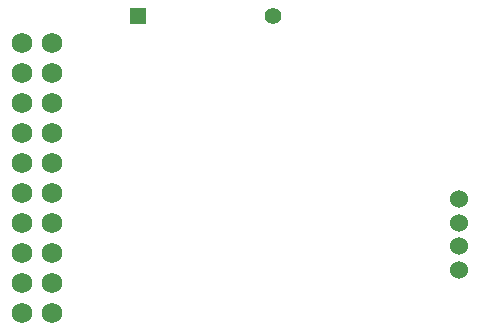
<source format=gbs>
%TF.GenerationSoftware,KiCad,Pcbnew,8.0.3*%
%TF.CreationDate,2024-11-24T17:28:35-05:00*%
%TF.ProjectId,MH24BN0001_hw,4d483234-424e-4303-9030-315f68772e6b,rev?*%
%TF.SameCoordinates,Original*%
%TF.FileFunction,Soldermask,Bot*%
%TF.FilePolarity,Negative*%
%FSLAX46Y46*%
G04 Gerber Fmt 4.6, Leading zero omitted, Abs format (unit mm)*
G04 Created by KiCad (PCBNEW 8.0.3) date 2024-11-24 17:28:35*
%MOMM*%
%LPD*%
G01*
G04 APERTURE LIST*
%ADD10C,1.734000*%
%ADD11R,1.397000X1.397000*%
%ADD12C,1.397000*%
%ADD13C,1.524000*%
G04 APERTURE END LIST*
D10*
%TO.C,J1*%
X34500000Y-54620000D03*
X31960000Y-54620000D03*
X34500000Y-52080000D03*
X31960000Y-52080000D03*
X34500000Y-49540000D03*
X31960000Y-49540000D03*
X34500000Y-47000000D03*
X31960000Y-47000000D03*
X34500000Y-44460000D03*
X31960000Y-44460000D03*
X34500000Y-41920000D03*
X31960000Y-41920000D03*
X34500000Y-39380000D03*
X31960000Y-39380000D03*
X34500000Y-36840000D03*
X31960000Y-36840000D03*
X34500000Y-34300000D03*
X31960000Y-34300000D03*
X34500000Y-31760000D03*
X31960000Y-31760000D03*
%TD*%
D11*
%TO.C,R1*%
X41785000Y-29500000D03*
D12*
X53215000Y-29500000D03*
%TD*%
D13*
%TO.C,SI1*%
X69000000Y-45000000D03*
X69000000Y-47000000D03*
X69000000Y-49000000D03*
X69000000Y-51000000D03*
%TD*%
M02*

</source>
